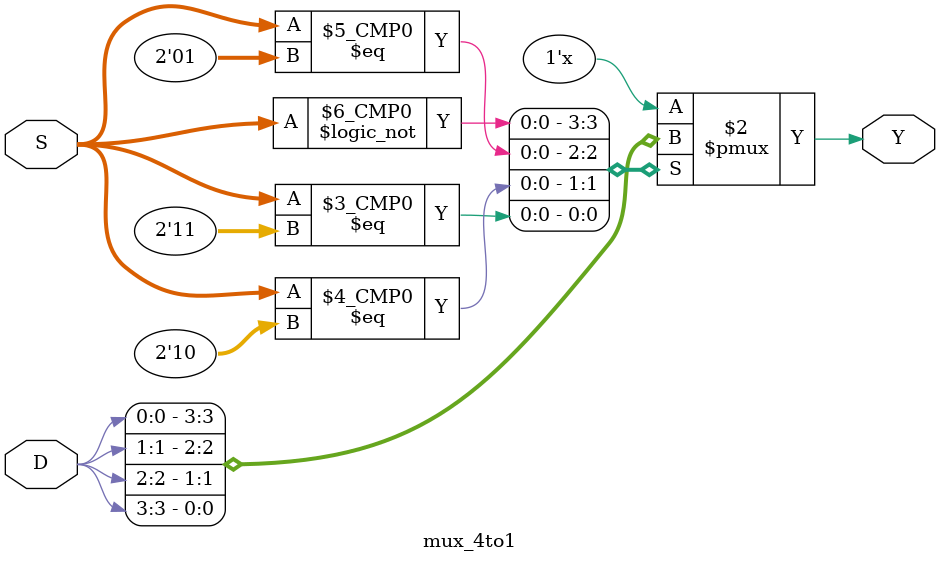
<source format=v>
`timescale 1ns / 1ps
module mux_4to1(D,S,Y);

   // initialize input and output variables.
	input [3:0] D; 
	input [1:0] S; 
	output reg Y; 
	
	//(*) neccessary for combo logic
	always@(*)
	// case statement for select input(S)
	case(S)
		2'b00: Y = D[0];
		2'b01: Y = D[1];
		2'b10: Y = D[2];
		2'b11: Y = D[3];
		default: Y = D[0];// default case
	endcase // end of case statement

endmodule // end of mux module

</source>
